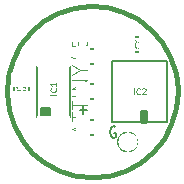
<source format=gto>
G04 (created by PCBNEW-RS274X (2011-05-25)-stable) date Sun 20 Jan 2013 20:19:42 GMT*
G01*
G70*
G90*
%MOIN*%
G04 Gerber Fmt 3.4, Leading zero omitted, Abs format*
%FSLAX34Y34*%
G04 APERTURE LIST*
%ADD10C,0.006000*%
%ADD11C,0.015000*%
%ADD12C,0.007400*%
%ADD13C,0.005000*%
%ADD14C,0.007800*%
%ADD15C,0.002600*%
%ADD16C,0.000100*%
%ADD17C,0.004500*%
%ADD18C,0.003900*%
%ADD19C,0.003500*%
%ADD20R,0.142000X0.102700*%
%ADD21R,0.045000X0.065000*%
%ADD22R,0.065000X0.045000*%
%ADD23C,0.065000*%
%ADD24R,0.055400X0.043600*%
%ADD25R,0.033700X0.067200*%
G04 APERTURE END LIST*
G54D10*
G54D11*
X42224Y-39370D02*
X42169Y-39924D01*
X42008Y-40457D01*
X41747Y-40949D01*
X41395Y-41381D01*
X40965Y-41736D01*
X40475Y-42000D01*
X39943Y-42165D01*
X39389Y-42223D01*
X38836Y-42173D01*
X38301Y-42016D01*
X37808Y-41758D01*
X37374Y-41409D01*
X37016Y-40982D01*
X36747Y-40494D01*
X36579Y-39963D01*
X36517Y-39409D01*
X36563Y-38855D01*
X36717Y-38320D01*
X36972Y-37824D01*
X37318Y-37388D01*
X37742Y-37027D01*
X38228Y-36755D01*
X38758Y-36583D01*
X39311Y-36517D01*
X39865Y-36560D01*
X40402Y-36710D01*
X40899Y-36961D01*
X41338Y-37304D01*
X41702Y-37725D01*
X41977Y-38210D01*
X42153Y-38738D01*
X42222Y-39291D01*
X42224Y-39370D01*
X41043Y-40354D02*
X41142Y-40354D01*
X41043Y-40059D02*
X41043Y-40354D01*
X41142Y-40059D02*
X41043Y-40059D01*
X41142Y-40354D02*
X41142Y-40059D01*
X37894Y-40059D02*
X37697Y-40059D01*
X37894Y-40157D02*
X37894Y-40059D01*
X37697Y-40157D02*
X37894Y-40157D01*
X37697Y-39961D02*
X37697Y-40157D01*
X37894Y-39961D02*
X37697Y-39961D01*
G54D12*
X38963Y-39970D02*
X39188Y-39970D01*
X39076Y-40120D02*
X39076Y-39820D01*
X40137Y-40532D02*
X40109Y-40513D01*
X40067Y-40513D01*
X40024Y-40532D01*
X39996Y-40570D01*
X39982Y-40607D01*
X39968Y-40682D01*
X39968Y-40739D01*
X39982Y-40814D01*
X39996Y-40851D01*
X40024Y-40889D01*
X40067Y-40907D01*
X40095Y-40907D01*
X40137Y-40889D01*
X40151Y-40870D01*
X40151Y-40739D01*
X40095Y-40739D01*
G54D13*
X38920Y-37939D02*
X39820Y-37939D01*
X39820Y-37939D02*
X39820Y-38439D01*
X39820Y-38439D02*
X38920Y-38439D01*
X38920Y-38439D02*
X38920Y-37939D01*
X38920Y-39120D02*
X39820Y-39120D01*
X39820Y-39120D02*
X39820Y-39620D01*
X39820Y-39620D02*
X38920Y-39620D01*
X38920Y-39620D02*
X38920Y-39120D01*
X38920Y-40301D02*
X39820Y-40301D01*
X39820Y-40301D02*
X39820Y-40801D01*
X39820Y-40801D02*
X38920Y-40801D01*
X38920Y-40801D02*
X38920Y-40301D01*
X40396Y-37545D02*
X41296Y-37545D01*
X41296Y-37545D02*
X41296Y-38045D01*
X41296Y-38045D02*
X40396Y-38045D01*
X40396Y-38045D02*
X40396Y-37545D01*
X37258Y-38822D02*
X37258Y-39722D01*
X37258Y-39722D02*
X36758Y-39722D01*
X36758Y-39722D02*
X36758Y-38822D01*
X36758Y-38822D02*
X37258Y-38822D01*
X40867Y-41043D02*
X40860Y-41104D01*
X40843Y-41163D01*
X40814Y-41217D01*
X40775Y-41265D01*
X40727Y-41304D01*
X40673Y-41334D01*
X40614Y-41352D01*
X40553Y-41358D01*
X40492Y-41353D01*
X40433Y-41335D01*
X40378Y-41307D01*
X40330Y-41268D01*
X40291Y-41221D01*
X40261Y-41167D01*
X40242Y-41108D01*
X40236Y-41047D01*
X40241Y-40986D01*
X40258Y-40927D01*
X40286Y-40872D01*
X40324Y-40824D01*
X40371Y-40784D01*
X40425Y-40754D01*
X40484Y-40735D01*
X40545Y-40728D01*
X40605Y-40732D01*
X40665Y-40749D01*
X40720Y-40777D01*
X40768Y-40815D01*
X40809Y-40861D01*
X40839Y-40915D01*
X40859Y-40973D01*
X40866Y-41035D01*
X40867Y-41043D01*
G54D14*
X40040Y-38347D02*
X41850Y-38347D01*
X41850Y-38347D02*
X41850Y-40393D01*
X40040Y-40393D02*
X41850Y-40393D01*
X40040Y-38347D02*
X40040Y-40393D01*
X40040Y-40157D02*
X40119Y-40236D01*
X40197Y-40314D02*
X40276Y-40393D01*
G54D15*
X37757Y-40629D02*
X37757Y-40236D01*
X37757Y-40236D02*
X37658Y-40236D01*
X37658Y-40629D02*
X37658Y-40236D01*
X37757Y-40629D02*
X37658Y-40629D01*
X38013Y-40629D02*
X38013Y-40236D01*
X38013Y-40236D02*
X37914Y-40236D01*
X37914Y-40629D02*
X37914Y-40236D01*
X38013Y-40629D02*
X37914Y-40629D01*
X38268Y-40629D02*
X38268Y-40236D01*
X38268Y-40236D02*
X38169Y-40236D01*
X38169Y-40629D02*
X38169Y-40236D01*
X38268Y-40629D02*
X38169Y-40629D01*
X38524Y-40629D02*
X38524Y-40236D01*
X38524Y-40236D02*
X38425Y-40236D01*
X38425Y-40629D02*
X38425Y-40236D01*
X38524Y-40629D02*
X38425Y-40629D01*
X38524Y-38504D02*
X38524Y-38111D01*
X38524Y-38111D02*
X38425Y-38111D01*
X38425Y-38504D02*
X38425Y-38111D01*
X38524Y-38504D02*
X38425Y-38504D01*
X38268Y-38504D02*
X38268Y-38111D01*
X38268Y-38111D02*
X38169Y-38111D01*
X38169Y-38504D02*
X38169Y-38111D01*
X38268Y-38504D02*
X38169Y-38504D01*
X38013Y-38504D02*
X38013Y-38111D01*
X38013Y-38111D02*
X37914Y-38111D01*
X37914Y-38504D02*
X37914Y-38111D01*
X38013Y-38504D02*
X37914Y-38504D01*
X37757Y-38504D02*
X37757Y-38111D01*
X37757Y-38111D02*
X37658Y-38111D01*
X37658Y-38504D02*
X37658Y-38111D01*
X37757Y-38504D02*
X37658Y-38504D01*
G54D14*
X38642Y-40216D02*
X38642Y-38524D01*
X38642Y-38524D02*
X37540Y-38524D01*
X37540Y-38524D02*
X37540Y-40216D01*
X37540Y-40216D02*
X38642Y-40216D01*
G54D16*
X37925Y-40009D02*
X37923Y-40026D01*
X37918Y-40042D01*
X37910Y-40058D01*
X37899Y-40071D01*
X37885Y-40082D01*
X37870Y-40091D01*
X37853Y-40096D01*
X37836Y-40097D01*
X37820Y-40096D01*
X37803Y-40091D01*
X37788Y-40083D01*
X37774Y-40072D01*
X37763Y-40059D01*
X37755Y-40044D01*
X37749Y-40027D01*
X37748Y-40010D01*
X37749Y-39993D01*
X37754Y-39977D01*
X37762Y-39961D01*
X37772Y-39948D01*
X37786Y-39936D01*
X37801Y-39928D01*
X37817Y-39923D01*
X37835Y-39921D01*
X37851Y-39922D01*
X37868Y-39927D01*
X37883Y-39934D01*
X37897Y-39945D01*
X37908Y-39958D01*
X37917Y-39973D01*
X37922Y-39990D01*
X37924Y-40007D01*
X37925Y-40009D01*
G54D17*
X40817Y-37908D02*
X40757Y-37775D01*
X40714Y-37908D02*
X40714Y-37628D01*
X40782Y-37628D01*
X40800Y-37642D01*
X40808Y-37655D01*
X40817Y-37682D01*
X40817Y-37722D01*
X40808Y-37748D01*
X40800Y-37762D01*
X40782Y-37775D01*
X40714Y-37775D01*
X40988Y-37908D02*
X40885Y-37908D01*
X40937Y-37908D02*
X40937Y-37628D01*
X40920Y-37668D01*
X40902Y-37695D01*
X40885Y-37708D01*
X37121Y-39301D02*
X36988Y-39361D01*
X37121Y-39404D02*
X36841Y-39404D01*
X36841Y-39336D01*
X36855Y-39318D01*
X36868Y-39310D01*
X36895Y-39301D01*
X36935Y-39301D01*
X36961Y-39310D01*
X36975Y-39318D01*
X36988Y-39336D01*
X36988Y-39404D01*
X36868Y-39233D02*
X36855Y-39224D01*
X36841Y-39207D01*
X36841Y-39164D01*
X36855Y-39147D01*
X36868Y-39138D01*
X36895Y-39130D01*
X36921Y-39130D01*
X36961Y-39138D01*
X37121Y-39241D01*
X37121Y-39130D01*
G54D18*
X40753Y-39449D02*
X40753Y-39252D01*
X40959Y-39430D02*
X40950Y-39440D01*
X40922Y-39449D01*
X40903Y-39449D01*
X40875Y-39440D01*
X40856Y-39421D01*
X40847Y-39402D01*
X40838Y-39365D01*
X40838Y-39337D01*
X40847Y-39299D01*
X40856Y-39280D01*
X40875Y-39262D01*
X40903Y-39252D01*
X40922Y-39252D01*
X40950Y-39262D01*
X40959Y-39271D01*
X41035Y-39271D02*
X41044Y-39262D01*
X41063Y-39252D01*
X41110Y-39252D01*
X41128Y-39262D01*
X41138Y-39271D01*
X41147Y-39290D01*
X41147Y-39309D01*
X41138Y-39337D01*
X41025Y-39449D01*
X41147Y-39449D01*
X38170Y-39464D02*
X37973Y-39464D01*
X38151Y-39258D02*
X38161Y-39267D01*
X38170Y-39295D01*
X38170Y-39314D01*
X38161Y-39342D01*
X38142Y-39361D01*
X38123Y-39370D01*
X38086Y-39379D01*
X38058Y-39379D01*
X38020Y-39370D01*
X38001Y-39361D01*
X37983Y-39342D01*
X37973Y-39314D01*
X37973Y-39295D01*
X37983Y-39267D01*
X37992Y-39258D01*
X38170Y-39070D02*
X38170Y-39182D01*
X38170Y-39126D02*
X37973Y-39126D01*
X38001Y-39145D01*
X38020Y-39164D01*
X38030Y-39182D01*
G54D19*
X39052Y-40722D02*
X39052Y-40484D01*
X39194Y-40769D02*
X38694Y-40603D01*
X39194Y-40436D01*
X38694Y-40340D02*
X38694Y-40055D01*
X39194Y-40198D02*
X38694Y-40198D01*
X38694Y-39959D02*
X38694Y-39674D01*
X39194Y-39817D02*
X38694Y-39817D01*
X39194Y-39507D02*
X38694Y-39507D01*
X39194Y-39269D02*
X38694Y-39269D01*
X39194Y-38983D01*
X38694Y-38983D01*
X38956Y-38650D02*
X39194Y-38650D01*
X38694Y-38816D02*
X38956Y-38650D01*
X38694Y-38483D01*
X38861Y-38102D02*
X39194Y-38102D01*
X38671Y-38221D02*
X39028Y-38340D01*
X39028Y-38030D01*
X38694Y-37602D02*
X38694Y-37840D01*
X38932Y-37864D01*
X38909Y-37840D01*
X38885Y-37792D01*
X38885Y-37673D01*
X38909Y-37626D01*
X38932Y-37602D01*
X38980Y-37578D01*
X39099Y-37578D01*
X39147Y-37602D01*
X39171Y-37626D01*
X39194Y-37673D01*
X39194Y-37792D01*
X39171Y-37840D01*
X39147Y-37864D01*
%LPC*%
G54D20*
X39370Y-37205D03*
X39370Y-41535D03*
G54D21*
X39070Y-38189D03*
X39670Y-38189D03*
X39070Y-39370D03*
X39670Y-39370D03*
X39070Y-40551D03*
X39670Y-40551D03*
X40546Y-37795D03*
X41146Y-37795D03*
G54D22*
X37008Y-38972D03*
X37008Y-39572D03*
G54D23*
X40551Y-41043D03*
G54D24*
X41555Y-40157D03*
X41555Y-39763D03*
X41555Y-39370D03*
X41555Y-38977D03*
X41555Y-38583D03*
X40335Y-38583D03*
X40335Y-38977D03*
X40335Y-39370D03*
X40335Y-39763D03*
X40335Y-40157D03*
G54D25*
X37708Y-40521D03*
X37964Y-40521D03*
X38218Y-40521D03*
X38474Y-40521D03*
X38474Y-38219D03*
X38218Y-38219D03*
X37964Y-38219D03*
X37708Y-38219D03*
M02*

</source>
